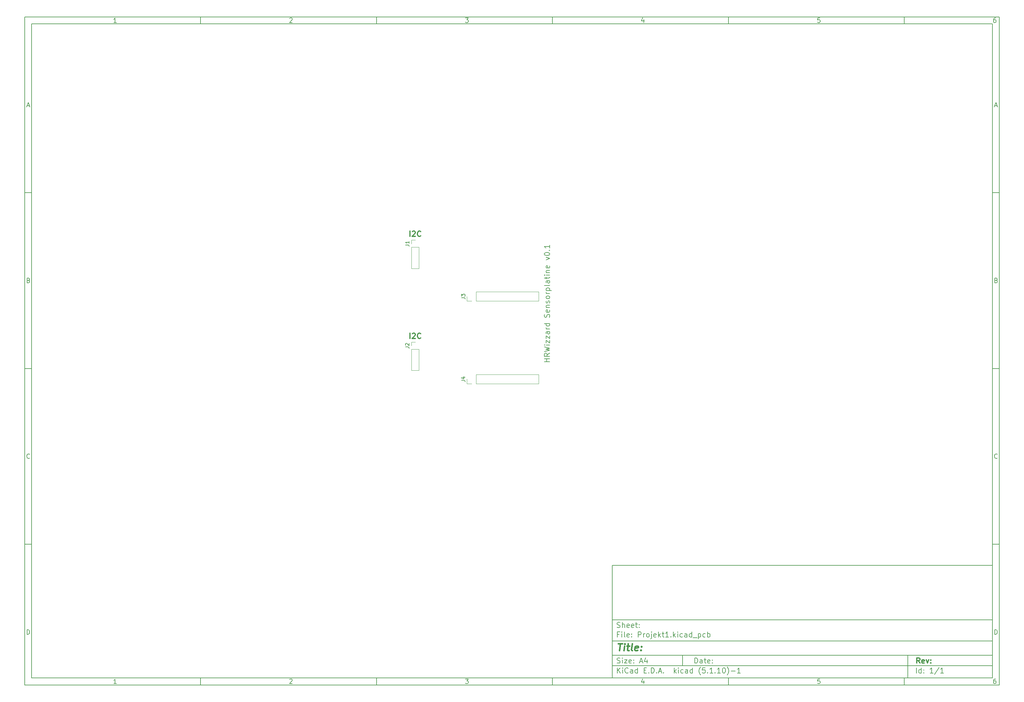
<source format=gbr>
%TF.GenerationSoftware,KiCad,Pcbnew,(5.1.10)-1*%
%TF.CreationDate,2021-11-12T10:04:19+01:00*%
%TF.ProjectId,Projekt1,50726f6a-656b-4743-912e-6b696361645f,rev?*%
%TF.SameCoordinates,Original*%
%TF.FileFunction,Legend,Top*%
%TF.FilePolarity,Positive*%
%FSLAX46Y46*%
G04 Gerber Fmt 4.6, Leading zero omitted, Abs format (unit mm)*
G04 Created by KiCad (PCBNEW (5.1.10)-1) date 2021-11-12 10:04:19*
%MOMM*%
%LPD*%
G01*
G04 APERTURE LIST*
%ADD10C,0.100000*%
%ADD11C,0.150000*%
%ADD12C,0.300000*%
%ADD13C,0.400000*%
%ADD14C,0.200000*%
%ADD15C,0.120000*%
G04 APERTURE END LIST*
D10*
D11*
X177002200Y-166007200D02*
X177002200Y-198007200D01*
X285002200Y-198007200D01*
X285002200Y-166007200D01*
X177002200Y-166007200D01*
D10*
D11*
X10000000Y-10000000D02*
X10000000Y-200007200D01*
X287002200Y-200007200D01*
X287002200Y-10000000D01*
X10000000Y-10000000D01*
D10*
D11*
X12000000Y-12000000D02*
X12000000Y-198007200D01*
X285002200Y-198007200D01*
X285002200Y-12000000D01*
X12000000Y-12000000D01*
D10*
D11*
X60000000Y-12000000D02*
X60000000Y-10000000D01*
D10*
D11*
X110000000Y-12000000D02*
X110000000Y-10000000D01*
D10*
D11*
X160000000Y-12000000D02*
X160000000Y-10000000D01*
D10*
D11*
X210000000Y-12000000D02*
X210000000Y-10000000D01*
D10*
D11*
X260000000Y-12000000D02*
X260000000Y-10000000D01*
D10*
D11*
X36065476Y-11588095D02*
X35322619Y-11588095D01*
X35694047Y-11588095D02*
X35694047Y-10288095D01*
X35570238Y-10473809D01*
X35446428Y-10597619D01*
X35322619Y-10659523D01*
D10*
D11*
X85322619Y-10411904D02*
X85384523Y-10350000D01*
X85508333Y-10288095D01*
X85817857Y-10288095D01*
X85941666Y-10350000D01*
X86003571Y-10411904D01*
X86065476Y-10535714D01*
X86065476Y-10659523D01*
X86003571Y-10845238D01*
X85260714Y-11588095D01*
X86065476Y-11588095D01*
D10*
D11*
X135260714Y-10288095D02*
X136065476Y-10288095D01*
X135632142Y-10783333D01*
X135817857Y-10783333D01*
X135941666Y-10845238D01*
X136003571Y-10907142D01*
X136065476Y-11030952D01*
X136065476Y-11340476D01*
X136003571Y-11464285D01*
X135941666Y-11526190D01*
X135817857Y-11588095D01*
X135446428Y-11588095D01*
X135322619Y-11526190D01*
X135260714Y-11464285D01*
D10*
D11*
X185941666Y-10721428D02*
X185941666Y-11588095D01*
X185632142Y-10226190D02*
X185322619Y-11154761D01*
X186127380Y-11154761D01*
D10*
D11*
X236003571Y-10288095D02*
X235384523Y-10288095D01*
X235322619Y-10907142D01*
X235384523Y-10845238D01*
X235508333Y-10783333D01*
X235817857Y-10783333D01*
X235941666Y-10845238D01*
X236003571Y-10907142D01*
X236065476Y-11030952D01*
X236065476Y-11340476D01*
X236003571Y-11464285D01*
X235941666Y-11526190D01*
X235817857Y-11588095D01*
X235508333Y-11588095D01*
X235384523Y-11526190D01*
X235322619Y-11464285D01*
D10*
D11*
X285941666Y-10288095D02*
X285694047Y-10288095D01*
X285570238Y-10350000D01*
X285508333Y-10411904D01*
X285384523Y-10597619D01*
X285322619Y-10845238D01*
X285322619Y-11340476D01*
X285384523Y-11464285D01*
X285446428Y-11526190D01*
X285570238Y-11588095D01*
X285817857Y-11588095D01*
X285941666Y-11526190D01*
X286003571Y-11464285D01*
X286065476Y-11340476D01*
X286065476Y-11030952D01*
X286003571Y-10907142D01*
X285941666Y-10845238D01*
X285817857Y-10783333D01*
X285570238Y-10783333D01*
X285446428Y-10845238D01*
X285384523Y-10907142D01*
X285322619Y-11030952D01*
D10*
D11*
X60000000Y-198007200D02*
X60000000Y-200007200D01*
D10*
D11*
X110000000Y-198007200D02*
X110000000Y-200007200D01*
D10*
D11*
X160000000Y-198007200D02*
X160000000Y-200007200D01*
D10*
D11*
X210000000Y-198007200D02*
X210000000Y-200007200D01*
D10*
D11*
X260000000Y-198007200D02*
X260000000Y-200007200D01*
D10*
D11*
X36065476Y-199595295D02*
X35322619Y-199595295D01*
X35694047Y-199595295D02*
X35694047Y-198295295D01*
X35570238Y-198481009D01*
X35446428Y-198604819D01*
X35322619Y-198666723D01*
D10*
D11*
X85322619Y-198419104D02*
X85384523Y-198357200D01*
X85508333Y-198295295D01*
X85817857Y-198295295D01*
X85941666Y-198357200D01*
X86003571Y-198419104D01*
X86065476Y-198542914D01*
X86065476Y-198666723D01*
X86003571Y-198852438D01*
X85260714Y-199595295D01*
X86065476Y-199595295D01*
D10*
D11*
X135260714Y-198295295D02*
X136065476Y-198295295D01*
X135632142Y-198790533D01*
X135817857Y-198790533D01*
X135941666Y-198852438D01*
X136003571Y-198914342D01*
X136065476Y-199038152D01*
X136065476Y-199347676D01*
X136003571Y-199471485D01*
X135941666Y-199533390D01*
X135817857Y-199595295D01*
X135446428Y-199595295D01*
X135322619Y-199533390D01*
X135260714Y-199471485D01*
D10*
D11*
X185941666Y-198728628D02*
X185941666Y-199595295D01*
X185632142Y-198233390D02*
X185322619Y-199161961D01*
X186127380Y-199161961D01*
D10*
D11*
X236003571Y-198295295D02*
X235384523Y-198295295D01*
X235322619Y-198914342D01*
X235384523Y-198852438D01*
X235508333Y-198790533D01*
X235817857Y-198790533D01*
X235941666Y-198852438D01*
X236003571Y-198914342D01*
X236065476Y-199038152D01*
X236065476Y-199347676D01*
X236003571Y-199471485D01*
X235941666Y-199533390D01*
X235817857Y-199595295D01*
X235508333Y-199595295D01*
X235384523Y-199533390D01*
X235322619Y-199471485D01*
D10*
D11*
X285941666Y-198295295D02*
X285694047Y-198295295D01*
X285570238Y-198357200D01*
X285508333Y-198419104D01*
X285384523Y-198604819D01*
X285322619Y-198852438D01*
X285322619Y-199347676D01*
X285384523Y-199471485D01*
X285446428Y-199533390D01*
X285570238Y-199595295D01*
X285817857Y-199595295D01*
X285941666Y-199533390D01*
X286003571Y-199471485D01*
X286065476Y-199347676D01*
X286065476Y-199038152D01*
X286003571Y-198914342D01*
X285941666Y-198852438D01*
X285817857Y-198790533D01*
X285570238Y-198790533D01*
X285446428Y-198852438D01*
X285384523Y-198914342D01*
X285322619Y-199038152D01*
D10*
D11*
X10000000Y-60000000D02*
X12000000Y-60000000D01*
D10*
D11*
X10000000Y-110000000D02*
X12000000Y-110000000D01*
D10*
D11*
X10000000Y-160000000D02*
X12000000Y-160000000D01*
D10*
D11*
X10690476Y-35216666D02*
X11309523Y-35216666D01*
X10566666Y-35588095D02*
X11000000Y-34288095D01*
X11433333Y-35588095D01*
D10*
D11*
X11092857Y-84907142D02*
X11278571Y-84969047D01*
X11340476Y-85030952D01*
X11402380Y-85154761D01*
X11402380Y-85340476D01*
X11340476Y-85464285D01*
X11278571Y-85526190D01*
X11154761Y-85588095D01*
X10659523Y-85588095D01*
X10659523Y-84288095D01*
X11092857Y-84288095D01*
X11216666Y-84350000D01*
X11278571Y-84411904D01*
X11340476Y-84535714D01*
X11340476Y-84659523D01*
X11278571Y-84783333D01*
X11216666Y-84845238D01*
X11092857Y-84907142D01*
X10659523Y-84907142D01*
D10*
D11*
X11402380Y-135464285D02*
X11340476Y-135526190D01*
X11154761Y-135588095D01*
X11030952Y-135588095D01*
X10845238Y-135526190D01*
X10721428Y-135402380D01*
X10659523Y-135278571D01*
X10597619Y-135030952D01*
X10597619Y-134845238D01*
X10659523Y-134597619D01*
X10721428Y-134473809D01*
X10845238Y-134350000D01*
X11030952Y-134288095D01*
X11154761Y-134288095D01*
X11340476Y-134350000D01*
X11402380Y-134411904D01*
D10*
D11*
X10659523Y-185588095D02*
X10659523Y-184288095D01*
X10969047Y-184288095D01*
X11154761Y-184350000D01*
X11278571Y-184473809D01*
X11340476Y-184597619D01*
X11402380Y-184845238D01*
X11402380Y-185030952D01*
X11340476Y-185278571D01*
X11278571Y-185402380D01*
X11154761Y-185526190D01*
X10969047Y-185588095D01*
X10659523Y-185588095D01*
D10*
D11*
X287002200Y-60000000D02*
X285002200Y-60000000D01*
D10*
D11*
X287002200Y-110000000D02*
X285002200Y-110000000D01*
D10*
D11*
X287002200Y-160000000D02*
X285002200Y-160000000D01*
D10*
D11*
X285692676Y-35216666D02*
X286311723Y-35216666D01*
X285568866Y-35588095D02*
X286002200Y-34288095D01*
X286435533Y-35588095D01*
D10*
D11*
X286095057Y-84907142D02*
X286280771Y-84969047D01*
X286342676Y-85030952D01*
X286404580Y-85154761D01*
X286404580Y-85340476D01*
X286342676Y-85464285D01*
X286280771Y-85526190D01*
X286156961Y-85588095D01*
X285661723Y-85588095D01*
X285661723Y-84288095D01*
X286095057Y-84288095D01*
X286218866Y-84350000D01*
X286280771Y-84411904D01*
X286342676Y-84535714D01*
X286342676Y-84659523D01*
X286280771Y-84783333D01*
X286218866Y-84845238D01*
X286095057Y-84907142D01*
X285661723Y-84907142D01*
D10*
D11*
X286404580Y-135464285D02*
X286342676Y-135526190D01*
X286156961Y-135588095D01*
X286033152Y-135588095D01*
X285847438Y-135526190D01*
X285723628Y-135402380D01*
X285661723Y-135278571D01*
X285599819Y-135030952D01*
X285599819Y-134845238D01*
X285661723Y-134597619D01*
X285723628Y-134473809D01*
X285847438Y-134350000D01*
X286033152Y-134288095D01*
X286156961Y-134288095D01*
X286342676Y-134350000D01*
X286404580Y-134411904D01*
D10*
D11*
X285661723Y-185588095D02*
X285661723Y-184288095D01*
X285971247Y-184288095D01*
X286156961Y-184350000D01*
X286280771Y-184473809D01*
X286342676Y-184597619D01*
X286404580Y-184845238D01*
X286404580Y-185030952D01*
X286342676Y-185278571D01*
X286280771Y-185402380D01*
X286156961Y-185526190D01*
X285971247Y-185588095D01*
X285661723Y-185588095D01*
D10*
D11*
X200434342Y-193785771D02*
X200434342Y-192285771D01*
X200791485Y-192285771D01*
X201005771Y-192357200D01*
X201148628Y-192500057D01*
X201220057Y-192642914D01*
X201291485Y-192928628D01*
X201291485Y-193142914D01*
X201220057Y-193428628D01*
X201148628Y-193571485D01*
X201005771Y-193714342D01*
X200791485Y-193785771D01*
X200434342Y-193785771D01*
X202577200Y-193785771D02*
X202577200Y-193000057D01*
X202505771Y-192857200D01*
X202362914Y-192785771D01*
X202077200Y-192785771D01*
X201934342Y-192857200D01*
X202577200Y-193714342D02*
X202434342Y-193785771D01*
X202077200Y-193785771D01*
X201934342Y-193714342D01*
X201862914Y-193571485D01*
X201862914Y-193428628D01*
X201934342Y-193285771D01*
X202077200Y-193214342D01*
X202434342Y-193214342D01*
X202577200Y-193142914D01*
X203077200Y-192785771D02*
X203648628Y-192785771D01*
X203291485Y-192285771D02*
X203291485Y-193571485D01*
X203362914Y-193714342D01*
X203505771Y-193785771D01*
X203648628Y-193785771D01*
X204720057Y-193714342D02*
X204577200Y-193785771D01*
X204291485Y-193785771D01*
X204148628Y-193714342D01*
X204077200Y-193571485D01*
X204077200Y-193000057D01*
X204148628Y-192857200D01*
X204291485Y-192785771D01*
X204577200Y-192785771D01*
X204720057Y-192857200D01*
X204791485Y-193000057D01*
X204791485Y-193142914D01*
X204077200Y-193285771D01*
X205434342Y-193642914D02*
X205505771Y-193714342D01*
X205434342Y-193785771D01*
X205362914Y-193714342D01*
X205434342Y-193642914D01*
X205434342Y-193785771D01*
X205434342Y-192857200D02*
X205505771Y-192928628D01*
X205434342Y-193000057D01*
X205362914Y-192928628D01*
X205434342Y-192857200D01*
X205434342Y-193000057D01*
D10*
D11*
X177002200Y-194507200D02*
X285002200Y-194507200D01*
D10*
D11*
X178434342Y-196585771D02*
X178434342Y-195085771D01*
X179291485Y-196585771D02*
X178648628Y-195728628D01*
X179291485Y-195085771D02*
X178434342Y-195942914D01*
X179934342Y-196585771D02*
X179934342Y-195585771D01*
X179934342Y-195085771D02*
X179862914Y-195157200D01*
X179934342Y-195228628D01*
X180005771Y-195157200D01*
X179934342Y-195085771D01*
X179934342Y-195228628D01*
X181505771Y-196442914D02*
X181434342Y-196514342D01*
X181220057Y-196585771D01*
X181077200Y-196585771D01*
X180862914Y-196514342D01*
X180720057Y-196371485D01*
X180648628Y-196228628D01*
X180577200Y-195942914D01*
X180577200Y-195728628D01*
X180648628Y-195442914D01*
X180720057Y-195300057D01*
X180862914Y-195157200D01*
X181077200Y-195085771D01*
X181220057Y-195085771D01*
X181434342Y-195157200D01*
X181505771Y-195228628D01*
X182791485Y-196585771D02*
X182791485Y-195800057D01*
X182720057Y-195657200D01*
X182577200Y-195585771D01*
X182291485Y-195585771D01*
X182148628Y-195657200D01*
X182791485Y-196514342D02*
X182648628Y-196585771D01*
X182291485Y-196585771D01*
X182148628Y-196514342D01*
X182077200Y-196371485D01*
X182077200Y-196228628D01*
X182148628Y-196085771D01*
X182291485Y-196014342D01*
X182648628Y-196014342D01*
X182791485Y-195942914D01*
X184148628Y-196585771D02*
X184148628Y-195085771D01*
X184148628Y-196514342D02*
X184005771Y-196585771D01*
X183720057Y-196585771D01*
X183577200Y-196514342D01*
X183505771Y-196442914D01*
X183434342Y-196300057D01*
X183434342Y-195871485D01*
X183505771Y-195728628D01*
X183577200Y-195657200D01*
X183720057Y-195585771D01*
X184005771Y-195585771D01*
X184148628Y-195657200D01*
X186005771Y-195800057D02*
X186505771Y-195800057D01*
X186720057Y-196585771D02*
X186005771Y-196585771D01*
X186005771Y-195085771D01*
X186720057Y-195085771D01*
X187362914Y-196442914D02*
X187434342Y-196514342D01*
X187362914Y-196585771D01*
X187291485Y-196514342D01*
X187362914Y-196442914D01*
X187362914Y-196585771D01*
X188077200Y-196585771D02*
X188077200Y-195085771D01*
X188434342Y-195085771D01*
X188648628Y-195157200D01*
X188791485Y-195300057D01*
X188862914Y-195442914D01*
X188934342Y-195728628D01*
X188934342Y-195942914D01*
X188862914Y-196228628D01*
X188791485Y-196371485D01*
X188648628Y-196514342D01*
X188434342Y-196585771D01*
X188077200Y-196585771D01*
X189577200Y-196442914D02*
X189648628Y-196514342D01*
X189577200Y-196585771D01*
X189505771Y-196514342D01*
X189577200Y-196442914D01*
X189577200Y-196585771D01*
X190220057Y-196157200D02*
X190934342Y-196157200D01*
X190077200Y-196585771D02*
X190577200Y-195085771D01*
X191077200Y-196585771D01*
X191577200Y-196442914D02*
X191648628Y-196514342D01*
X191577200Y-196585771D01*
X191505771Y-196514342D01*
X191577200Y-196442914D01*
X191577200Y-196585771D01*
X194577200Y-196585771D02*
X194577200Y-195085771D01*
X194720057Y-196014342D02*
X195148628Y-196585771D01*
X195148628Y-195585771D02*
X194577200Y-196157200D01*
X195791485Y-196585771D02*
X195791485Y-195585771D01*
X195791485Y-195085771D02*
X195720057Y-195157200D01*
X195791485Y-195228628D01*
X195862914Y-195157200D01*
X195791485Y-195085771D01*
X195791485Y-195228628D01*
X197148628Y-196514342D02*
X197005771Y-196585771D01*
X196720057Y-196585771D01*
X196577200Y-196514342D01*
X196505771Y-196442914D01*
X196434342Y-196300057D01*
X196434342Y-195871485D01*
X196505771Y-195728628D01*
X196577200Y-195657200D01*
X196720057Y-195585771D01*
X197005771Y-195585771D01*
X197148628Y-195657200D01*
X198434342Y-196585771D02*
X198434342Y-195800057D01*
X198362914Y-195657200D01*
X198220057Y-195585771D01*
X197934342Y-195585771D01*
X197791485Y-195657200D01*
X198434342Y-196514342D02*
X198291485Y-196585771D01*
X197934342Y-196585771D01*
X197791485Y-196514342D01*
X197720057Y-196371485D01*
X197720057Y-196228628D01*
X197791485Y-196085771D01*
X197934342Y-196014342D01*
X198291485Y-196014342D01*
X198434342Y-195942914D01*
X199791485Y-196585771D02*
X199791485Y-195085771D01*
X199791485Y-196514342D02*
X199648628Y-196585771D01*
X199362914Y-196585771D01*
X199220057Y-196514342D01*
X199148628Y-196442914D01*
X199077200Y-196300057D01*
X199077200Y-195871485D01*
X199148628Y-195728628D01*
X199220057Y-195657200D01*
X199362914Y-195585771D01*
X199648628Y-195585771D01*
X199791485Y-195657200D01*
X202077200Y-197157200D02*
X202005771Y-197085771D01*
X201862914Y-196871485D01*
X201791485Y-196728628D01*
X201720057Y-196514342D01*
X201648628Y-196157200D01*
X201648628Y-195871485D01*
X201720057Y-195514342D01*
X201791485Y-195300057D01*
X201862914Y-195157200D01*
X202005771Y-194942914D01*
X202077200Y-194871485D01*
X203362914Y-195085771D02*
X202648628Y-195085771D01*
X202577200Y-195800057D01*
X202648628Y-195728628D01*
X202791485Y-195657200D01*
X203148628Y-195657200D01*
X203291485Y-195728628D01*
X203362914Y-195800057D01*
X203434342Y-195942914D01*
X203434342Y-196300057D01*
X203362914Y-196442914D01*
X203291485Y-196514342D01*
X203148628Y-196585771D01*
X202791485Y-196585771D01*
X202648628Y-196514342D01*
X202577200Y-196442914D01*
X204077200Y-196442914D02*
X204148628Y-196514342D01*
X204077200Y-196585771D01*
X204005771Y-196514342D01*
X204077200Y-196442914D01*
X204077200Y-196585771D01*
X205577200Y-196585771D02*
X204720057Y-196585771D01*
X205148628Y-196585771D02*
X205148628Y-195085771D01*
X205005771Y-195300057D01*
X204862914Y-195442914D01*
X204720057Y-195514342D01*
X206220057Y-196442914D02*
X206291485Y-196514342D01*
X206220057Y-196585771D01*
X206148628Y-196514342D01*
X206220057Y-196442914D01*
X206220057Y-196585771D01*
X207720057Y-196585771D02*
X206862914Y-196585771D01*
X207291485Y-196585771D02*
X207291485Y-195085771D01*
X207148628Y-195300057D01*
X207005771Y-195442914D01*
X206862914Y-195514342D01*
X208648628Y-195085771D02*
X208791485Y-195085771D01*
X208934342Y-195157200D01*
X209005771Y-195228628D01*
X209077200Y-195371485D01*
X209148628Y-195657200D01*
X209148628Y-196014342D01*
X209077200Y-196300057D01*
X209005771Y-196442914D01*
X208934342Y-196514342D01*
X208791485Y-196585771D01*
X208648628Y-196585771D01*
X208505771Y-196514342D01*
X208434342Y-196442914D01*
X208362914Y-196300057D01*
X208291485Y-196014342D01*
X208291485Y-195657200D01*
X208362914Y-195371485D01*
X208434342Y-195228628D01*
X208505771Y-195157200D01*
X208648628Y-195085771D01*
X209648628Y-197157200D02*
X209720057Y-197085771D01*
X209862914Y-196871485D01*
X209934342Y-196728628D01*
X210005771Y-196514342D01*
X210077200Y-196157200D01*
X210077200Y-195871485D01*
X210005771Y-195514342D01*
X209934342Y-195300057D01*
X209862914Y-195157200D01*
X209720057Y-194942914D01*
X209648628Y-194871485D01*
X210791485Y-196014342D02*
X211934342Y-196014342D01*
X213434342Y-196585771D02*
X212577200Y-196585771D01*
X213005771Y-196585771D02*
X213005771Y-195085771D01*
X212862914Y-195300057D01*
X212720057Y-195442914D01*
X212577200Y-195514342D01*
D10*
D11*
X177002200Y-191507200D02*
X285002200Y-191507200D01*
D10*
D12*
X264411485Y-193785771D02*
X263911485Y-193071485D01*
X263554342Y-193785771D02*
X263554342Y-192285771D01*
X264125771Y-192285771D01*
X264268628Y-192357200D01*
X264340057Y-192428628D01*
X264411485Y-192571485D01*
X264411485Y-192785771D01*
X264340057Y-192928628D01*
X264268628Y-193000057D01*
X264125771Y-193071485D01*
X263554342Y-193071485D01*
X265625771Y-193714342D02*
X265482914Y-193785771D01*
X265197200Y-193785771D01*
X265054342Y-193714342D01*
X264982914Y-193571485D01*
X264982914Y-193000057D01*
X265054342Y-192857200D01*
X265197200Y-192785771D01*
X265482914Y-192785771D01*
X265625771Y-192857200D01*
X265697200Y-193000057D01*
X265697200Y-193142914D01*
X264982914Y-193285771D01*
X266197200Y-192785771D02*
X266554342Y-193785771D01*
X266911485Y-192785771D01*
X267482914Y-193642914D02*
X267554342Y-193714342D01*
X267482914Y-193785771D01*
X267411485Y-193714342D01*
X267482914Y-193642914D01*
X267482914Y-193785771D01*
X267482914Y-192857200D02*
X267554342Y-192928628D01*
X267482914Y-193000057D01*
X267411485Y-192928628D01*
X267482914Y-192857200D01*
X267482914Y-193000057D01*
D10*
D11*
X178362914Y-193714342D02*
X178577200Y-193785771D01*
X178934342Y-193785771D01*
X179077200Y-193714342D01*
X179148628Y-193642914D01*
X179220057Y-193500057D01*
X179220057Y-193357200D01*
X179148628Y-193214342D01*
X179077200Y-193142914D01*
X178934342Y-193071485D01*
X178648628Y-193000057D01*
X178505771Y-192928628D01*
X178434342Y-192857200D01*
X178362914Y-192714342D01*
X178362914Y-192571485D01*
X178434342Y-192428628D01*
X178505771Y-192357200D01*
X178648628Y-192285771D01*
X179005771Y-192285771D01*
X179220057Y-192357200D01*
X179862914Y-193785771D02*
X179862914Y-192785771D01*
X179862914Y-192285771D02*
X179791485Y-192357200D01*
X179862914Y-192428628D01*
X179934342Y-192357200D01*
X179862914Y-192285771D01*
X179862914Y-192428628D01*
X180434342Y-192785771D02*
X181220057Y-192785771D01*
X180434342Y-193785771D01*
X181220057Y-193785771D01*
X182362914Y-193714342D02*
X182220057Y-193785771D01*
X181934342Y-193785771D01*
X181791485Y-193714342D01*
X181720057Y-193571485D01*
X181720057Y-193000057D01*
X181791485Y-192857200D01*
X181934342Y-192785771D01*
X182220057Y-192785771D01*
X182362914Y-192857200D01*
X182434342Y-193000057D01*
X182434342Y-193142914D01*
X181720057Y-193285771D01*
X183077200Y-193642914D02*
X183148628Y-193714342D01*
X183077200Y-193785771D01*
X183005771Y-193714342D01*
X183077200Y-193642914D01*
X183077200Y-193785771D01*
X183077200Y-192857200D02*
X183148628Y-192928628D01*
X183077200Y-193000057D01*
X183005771Y-192928628D01*
X183077200Y-192857200D01*
X183077200Y-193000057D01*
X184862914Y-193357200D02*
X185577200Y-193357200D01*
X184720057Y-193785771D02*
X185220057Y-192285771D01*
X185720057Y-193785771D01*
X186862914Y-192785771D02*
X186862914Y-193785771D01*
X186505771Y-192214342D02*
X186148628Y-193285771D01*
X187077200Y-193285771D01*
D10*
D11*
X263434342Y-196585771D02*
X263434342Y-195085771D01*
X264791485Y-196585771D02*
X264791485Y-195085771D01*
X264791485Y-196514342D02*
X264648628Y-196585771D01*
X264362914Y-196585771D01*
X264220057Y-196514342D01*
X264148628Y-196442914D01*
X264077200Y-196300057D01*
X264077200Y-195871485D01*
X264148628Y-195728628D01*
X264220057Y-195657200D01*
X264362914Y-195585771D01*
X264648628Y-195585771D01*
X264791485Y-195657200D01*
X265505771Y-196442914D02*
X265577200Y-196514342D01*
X265505771Y-196585771D01*
X265434342Y-196514342D01*
X265505771Y-196442914D01*
X265505771Y-196585771D01*
X265505771Y-195657200D02*
X265577200Y-195728628D01*
X265505771Y-195800057D01*
X265434342Y-195728628D01*
X265505771Y-195657200D01*
X265505771Y-195800057D01*
X268148628Y-196585771D02*
X267291485Y-196585771D01*
X267720057Y-196585771D02*
X267720057Y-195085771D01*
X267577200Y-195300057D01*
X267434342Y-195442914D01*
X267291485Y-195514342D01*
X269862914Y-195014342D02*
X268577200Y-196942914D01*
X271148628Y-196585771D02*
X270291485Y-196585771D01*
X270720057Y-196585771D02*
X270720057Y-195085771D01*
X270577200Y-195300057D01*
X270434342Y-195442914D01*
X270291485Y-195514342D01*
D10*
D11*
X177002200Y-187507200D02*
X285002200Y-187507200D01*
D10*
D13*
X178714580Y-188211961D02*
X179857438Y-188211961D01*
X179036009Y-190211961D02*
X179286009Y-188211961D01*
X180274104Y-190211961D02*
X180440771Y-188878628D01*
X180524104Y-188211961D02*
X180416961Y-188307200D01*
X180500295Y-188402438D01*
X180607438Y-188307200D01*
X180524104Y-188211961D01*
X180500295Y-188402438D01*
X181107438Y-188878628D02*
X181869342Y-188878628D01*
X181476485Y-188211961D02*
X181262200Y-189926247D01*
X181333628Y-190116723D01*
X181512200Y-190211961D01*
X181702676Y-190211961D01*
X182655057Y-190211961D02*
X182476485Y-190116723D01*
X182405057Y-189926247D01*
X182619342Y-188211961D01*
X184190771Y-190116723D02*
X183988390Y-190211961D01*
X183607438Y-190211961D01*
X183428866Y-190116723D01*
X183357438Y-189926247D01*
X183452676Y-189164342D01*
X183571723Y-188973866D01*
X183774104Y-188878628D01*
X184155057Y-188878628D01*
X184333628Y-188973866D01*
X184405057Y-189164342D01*
X184381247Y-189354819D01*
X183405057Y-189545295D01*
X185155057Y-190021485D02*
X185238390Y-190116723D01*
X185131247Y-190211961D01*
X185047914Y-190116723D01*
X185155057Y-190021485D01*
X185131247Y-190211961D01*
X185286009Y-188973866D02*
X185369342Y-189069104D01*
X185262200Y-189164342D01*
X185178866Y-189069104D01*
X185286009Y-188973866D01*
X185262200Y-189164342D01*
D10*
D11*
X178934342Y-185600057D02*
X178434342Y-185600057D01*
X178434342Y-186385771D02*
X178434342Y-184885771D01*
X179148628Y-184885771D01*
X179720057Y-186385771D02*
X179720057Y-185385771D01*
X179720057Y-184885771D02*
X179648628Y-184957200D01*
X179720057Y-185028628D01*
X179791485Y-184957200D01*
X179720057Y-184885771D01*
X179720057Y-185028628D01*
X180648628Y-186385771D02*
X180505771Y-186314342D01*
X180434342Y-186171485D01*
X180434342Y-184885771D01*
X181791485Y-186314342D02*
X181648628Y-186385771D01*
X181362914Y-186385771D01*
X181220057Y-186314342D01*
X181148628Y-186171485D01*
X181148628Y-185600057D01*
X181220057Y-185457200D01*
X181362914Y-185385771D01*
X181648628Y-185385771D01*
X181791485Y-185457200D01*
X181862914Y-185600057D01*
X181862914Y-185742914D01*
X181148628Y-185885771D01*
X182505771Y-186242914D02*
X182577200Y-186314342D01*
X182505771Y-186385771D01*
X182434342Y-186314342D01*
X182505771Y-186242914D01*
X182505771Y-186385771D01*
X182505771Y-185457200D02*
X182577200Y-185528628D01*
X182505771Y-185600057D01*
X182434342Y-185528628D01*
X182505771Y-185457200D01*
X182505771Y-185600057D01*
X184362914Y-186385771D02*
X184362914Y-184885771D01*
X184934342Y-184885771D01*
X185077200Y-184957200D01*
X185148628Y-185028628D01*
X185220057Y-185171485D01*
X185220057Y-185385771D01*
X185148628Y-185528628D01*
X185077200Y-185600057D01*
X184934342Y-185671485D01*
X184362914Y-185671485D01*
X185862914Y-186385771D02*
X185862914Y-185385771D01*
X185862914Y-185671485D02*
X185934342Y-185528628D01*
X186005771Y-185457200D01*
X186148628Y-185385771D01*
X186291485Y-185385771D01*
X187005771Y-186385771D02*
X186862914Y-186314342D01*
X186791485Y-186242914D01*
X186720057Y-186100057D01*
X186720057Y-185671485D01*
X186791485Y-185528628D01*
X186862914Y-185457200D01*
X187005771Y-185385771D01*
X187220057Y-185385771D01*
X187362914Y-185457200D01*
X187434342Y-185528628D01*
X187505771Y-185671485D01*
X187505771Y-186100057D01*
X187434342Y-186242914D01*
X187362914Y-186314342D01*
X187220057Y-186385771D01*
X187005771Y-186385771D01*
X188148628Y-185385771D02*
X188148628Y-186671485D01*
X188077200Y-186814342D01*
X187934342Y-186885771D01*
X187862914Y-186885771D01*
X188148628Y-184885771D02*
X188077200Y-184957200D01*
X188148628Y-185028628D01*
X188220057Y-184957200D01*
X188148628Y-184885771D01*
X188148628Y-185028628D01*
X189434342Y-186314342D02*
X189291485Y-186385771D01*
X189005771Y-186385771D01*
X188862914Y-186314342D01*
X188791485Y-186171485D01*
X188791485Y-185600057D01*
X188862914Y-185457200D01*
X189005771Y-185385771D01*
X189291485Y-185385771D01*
X189434342Y-185457200D01*
X189505771Y-185600057D01*
X189505771Y-185742914D01*
X188791485Y-185885771D01*
X190148628Y-186385771D02*
X190148628Y-184885771D01*
X190291485Y-185814342D02*
X190720057Y-186385771D01*
X190720057Y-185385771D02*
X190148628Y-185957200D01*
X191148628Y-185385771D02*
X191720057Y-185385771D01*
X191362914Y-184885771D02*
X191362914Y-186171485D01*
X191434342Y-186314342D01*
X191577200Y-186385771D01*
X191720057Y-186385771D01*
X193005771Y-186385771D02*
X192148628Y-186385771D01*
X192577200Y-186385771D02*
X192577200Y-184885771D01*
X192434342Y-185100057D01*
X192291485Y-185242914D01*
X192148628Y-185314342D01*
X193648628Y-186242914D02*
X193720057Y-186314342D01*
X193648628Y-186385771D01*
X193577200Y-186314342D01*
X193648628Y-186242914D01*
X193648628Y-186385771D01*
X194362914Y-186385771D02*
X194362914Y-184885771D01*
X194505771Y-185814342D02*
X194934342Y-186385771D01*
X194934342Y-185385771D02*
X194362914Y-185957200D01*
X195577200Y-186385771D02*
X195577200Y-185385771D01*
X195577200Y-184885771D02*
X195505771Y-184957200D01*
X195577200Y-185028628D01*
X195648628Y-184957200D01*
X195577200Y-184885771D01*
X195577200Y-185028628D01*
X196934342Y-186314342D02*
X196791485Y-186385771D01*
X196505771Y-186385771D01*
X196362914Y-186314342D01*
X196291485Y-186242914D01*
X196220057Y-186100057D01*
X196220057Y-185671485D01*
X196291485Y-185528628D01*
X196362914Y-185457200D01*
X196505771Y-185385771D01*
X196791485Y-185385771D01*
X196934342Y-185457200D01*
X198220057Y-186385771D02*
X198220057Y-185600057D01*
X198148628Y-185457200D01*
X198005771Y-185385771D01*
X197720057Y-185385771D01*
X197577200Y-185457200D01*
X198220057Y-186314342D02*
X198077200Y-186385771D01*
X197720057Y-186385771D01*
X197577200Y-186314342D01*
X197505771Y-186171485D01*
X197505771Y-186028628D01*
X197577200Y-185885771D01*
X197720057Y-185814342D01*
X198077200Y-185814342D01*
X198220057Y-185742914D01*
X199577200Y-186385771D02*
X199577200Y-184885771D01*
X199577200Y-186314342D02*
X199434342Y-186385771D01*
X199148628Y-186385771D01*
X199005771Y-186314342D01*
X198934342Y-186242914D01*
X198862914Y-186100057D01*
X198862914Y-185671485D01*
X198934342Y-185528628D01*
X199005771Y-185457200D01*
X199148628Y-185385771D01*
X199434342Y-185385771D01*
X199577200Y-185457200D01*
X199934342Y-186528628D02*
X201077200Y-186528628D01*
X201434342Y-185385771D02*
X201434342Y-186885771D01*
X201434342Y-185457200D02*
X201577200Y-185385771D01*
X201862914Y-185385771D01*
X202005771Y-185457200D01*
X202077200Y-185528628D01*
X202148628Y-185671485D01*
X202148628Y-186100057D01*
X202077200Y-186242914D01*
X202005771Y-186314342D01*
X201862914Y-186385771D01*
X201577200Y-186385771D01*
X201434342Y-186314342D01*
X203434342Y-186314342D02*
X203291485Y-186385771D01*
X203005771Y-186385771D01*
X202862914Y-186314342D01*
X202791485Y-186242914D01*
X202720057Y-186100057D01*
X202720057Y-185671485D01*
X202791485Y-185528628D01*
X202862914Y-185457200D01*
X203005771Y-185385771D01*
X203291485Y-185385771D01*
X203434342Y-185457200D01*
X204077200Y-186385771D02*
X204077200Y-184885771D01*
X204077200Y-185457200D02*
X204220057Y-185385771D01*
X204505771Y-185385771D01*
X204648628Y-185457200D01*
X204720057Y-185528628D01*
X204791485Y-185671485D01*
X204791485Y-186100057D01*
X204720057Y-186242914D01*
X204648628Y-186314342D01*
X204505771Y-186385771D01*
X204220057Y-186385771D01*
X204077200Y-186314342D01*
D10*
D11*
X177002200Y-181507200D02*
X285002200Y-181507200D01*
D10*
D11*
X178362914Y-183614342D02*
X178577200Y-183685771D01*
X178934342Y-183685771D01*
X179077200Y-183614342D01*
X179148628Y-183542914D01*
X179220057Y-183400057D01*
X179220057Y-183257200D01*
X179148628Y-183114342D01*
X179077200Y-183042914D01*
X178934342Y-182971485D01*
X178648628Y-182900057D01*
X178505771Y-182828628D01*
X178434342Y-182757200D01*
X178362914Y-182614342D01*
X178362914Y-182471485D01*
X178434342Y-182328628D01*
X178505771Y-182257200D01*
X178648628Y-182185771D01*
X179005771Y-182185771D01*
X179220057Y-182257200D01*
X179862914Y-183685771D02*
X179862914Y-182185771D01*
X180505771Y-183685771D02*
X180505771Y-182900057D01*
X180434342Y-182757200D01*
X180291485Y-182685771D01*
X180077200Y-182685771D01*
X179934342Y-182757200D01*
X179862914Y-182828628D01*
X181791485Y-183614342D02*
X181648628Y-183685771D01*
X181362914Y-183685771D01*
X181220057Y-183614342D01*
X181148628Y-183471485D01*
X181148628Y-182900057D01*
X181220057Y-182757200D01*
X181362914Y-182685771D01*
X181648628Y-182685771D01*
X181791485Y-182757200D01*
X181862914Y-182900057D01*
X181862914Y-183042914D01*
X181148628Y-183185771D01*
X183077200Y-183614342D02*
X182934342Y-183685771D01*
X182648628Y-183685771D01*
X182505771Y-183614342D01*
X182434342Y-183471485D01*
X182434342Y-182900057D01*
X182505771Y-182757200D01*
X182648628Y-182685771D01*
X182934342Y-182685771D01*
X183077200Y-182757200D01*
X183148628Y-182900057D01*
X183148628Y-183042914D01*
X182434342Y-183185771D01*
X183577200Y-182685771D02*
X184148628Y-182685771D01*
X183791485Y-182185771D02*
X183791485Y-183471485D01*
X183862914Y-183614342D01*
X184005771Y-183685771D01*
X184148628Y-183685771D01*
X184648628Y-183542914D02*
X184720057Y-183614342D01*
X184648628Y-183685771D01*
X184577200Y-183614342D01*
X184648628Y-183542914D01*
X184648628Y-183685771D01*
X184648628Y-182757200D02*
X184720057Y-182828628D01*
X184648628Y-182900057D01*
X184577200Y-182828628D01*
X184648628Y-182757200D01*
X184648628Y-182900057D01*
D10*
D11*
X197002200Y-191507200D02*
X197002200Y-194507200D01*
D10*
D11*
X261002200Y-191507200D02*
X261002200Y-198007200D01*
D14*
X159178571Y-108071428D02*
X157678571Y-108071428D01*
X158392857Y-108071428D02*
X158392857Y-107214285D01*
X159178571Y-107214285D02*
X157678571Y-107214285D01*
X159178571Y-105642857D02*
X158464285Y-106142857D01*
X159178571Y-106500000D02*
X157678571Y-106500000D01*
X157678571Y-105928571D01*
X157750000Y-105785714D01*
X157821428Y-105714285D01*
X157964285Y-105642857D01*
X158178571Y-105642857D01*
X158321428Y-105714285D01*
X158392857Y-105785714D01*
X158464285Y-105928571D01*
X158464285Y-106500000D01*
X157678571Y-105142857D02*
X159178571Y-104785714D01*
X158107142Y-104500000D01*
X159178571Y-104214285D01*
X157678571Y-103857142D01*
X159178571Y-103285714D02*
X158178571Y-103285714D01*
X157678571Y-103285714D02*
X157750000Y-103357142D01*
X157821428Y-103285714D01*
X157750000Y-103214285D01*
X157678571Y-103285714D01*
X157821428Y-103285714D01*
X158178571Y-102714285D02*
X158178571Y-101928571D01*
X159178571Y-102714285D01*
X159178571Y-101928571D01*
X158178571Y-101500000D02*
X158178571Y-100714285D01*
X159178571Y-101500000D01*
X159178571Y-100714285D01*
X159178571Y-99500000D02*
X158392857Y-99500000D01*
X158250000Y-99571428D01*
X158178571Y-99714285D01*
X158178571Y-100000000D01*
X158250000Y-100142857D01*
X159107142Y-99500000D02*
X159178571Y-99642857D01*
X159178571Y-100000000D01*
X159107142Y-100142857D01*
X158964285Y-100214285D01*
X158821428Y-100214285D01*
X158678571Y-100142857D01*
X158607142Y-100000000D01*
X158607142Y-99642857D01*
X158535714Y-99500000D01*
X159178571Y-98785714D02*
X158178571Y-98785714D01*
X158464285Y-98785714D02*
X158321428Y-98714285D01*
X158250000Y-98642857D01*
X158178571Y-98500000D01*
X158178571Y-98357142D01*
X159178571Y-97214285D02*
X157678571Y-97214285D01*
X159107142Y-97214285D02*
X159178571Y-97357142D01*
X159178571Y-97642857D01*
X159107142Y-97785714D01*
X159035714Y-97857142D01*
X158892857Y-97928571D01*
X158464285Y-97928571D01*
X158321428Y-97857142D01*
X158250000Y-97785714D01*
X158178571Y-97642857D01*
X158178571Y-97357142D01*
X158250000Y-97214285D01*
X159107142Y-95428571D02*
X159178571Y-95214285D01*
X159178571Y-94857142D01*
X159107142Y-94714285D01*
X159035714Y-94642857D01*
X158892857Y-94571428D01*
X158750000Y-94571428D01*
X158607142Y-94642857D01*
X158535714Y-94714285D01*
X158464285Y-94857142D01*
X158392857Y-95142857D01*
X158321428Y-95285714D01*
X158250000Y-95357142D01*
X158107142Y-95428571D01*
X157964285Y-95428571D01*
X157821428Y-95357142D01*
X157750000Y-95285714D01*
X157678571Y-95142857D01*
X157678571Y-94785714D01*
X157750000Y-94571428D01*
X159107142Y-93357142D02*
X159178571Y-93500000D01*
X159178571Y-93785714D01*
X159107142Y-93928571D01*
X158964285Y-94000000D01*
X158392857Y-94000000D01*
X158250000Y-93928571D01*
X158178571Y-93785714D01*
X158178571Y-93500000D01*
X158250000Y-93357142D01*
X158392857Y-93285714D01*
X158535714Y-93285714D01*
X158678571Y-94000000D01*
X158178571Y-92642857D02*
X159178571Y-92642857D01*
X158321428Y-92642857D02*
X158250000Y-92571428D01*
X158178571Y-92428571D01*
X158178571Y-92214285D01*
X158250000Y-92071428D01*
X158392857Y-92000000D01*
X159178571Y-92000000D01*
X159107142Y-91357142D02*
X159178571Y-91214285D01*
X159178571Y-90928571D01*
X159107142Y-90785714D01*
X158964285Y-90714285D01*
X158892857Y-90714285D01*
X158750000Y-90785714D01*
X158678571Y-90928571D01*
X158678571Y-91142857D01*
X158607142Y-91285714D01*
X158464285Y-91357142D01*
X158392857Y-91357142D01*
X158250000Y-91285714D01*
X158178571Y-91142857D01*
X158178571Y-90928571D01*
X158250000Y-90785714D01*
X159178571Y-89857142D02*
X159107142Y-90000000D01*
X159035714Y-90071428D01*
X158892857Y-90142857D01*
X158464285Y-90142857D01*
X158321428Y-90071428D01*
X158250000Y-90000000D01*
X158178571Y-89857142D01*
X158178571Y-89642857D01*
X158250000Y-89500000D01*
X158321428Y-89428571D01*
X158464285Y-89357142D01*
X158892857Y-89357142D01*
X159035714Y-89428571D01*
X159107142Y-89500000D01*
X159178571Y-89642857D01*
X159178571Y-89857142D01*
X159178571Y-88714285D02*
X158178571Y-88714285D01*
X158464285Y-88714285D02*
X158321428Y-88642857D01*
X158250000Y-88571428D01*
X158178571Y-88428571D01*
X158178571Y-88285714D01*
X158178571Y-87785714D02*
X159678571Y-87785714D01*
X158250000Y-87785714D02*
X158178571Y-87642857D01*
X158178571Y-87357142D01*
X158250000Y-87214285D01*
X158321428Y-87142857D01*
X158464285Y-87071428D01*
X158892857Y-87071428D01*
X159035714Y-87142857D01*
X159107142Y-87214285D01*
X159178571Y-87357142D01*
X159178571Y-87642857D01*
X159107142Y-87785714D01*
X159178571Y-86214285D02*
X159107142Y-86357142D01*
X158964285Y-86428571D01*
X157678571Y-86428571D01*
X159178571Y-85000000D02*
X158392857Y-85000000D01*
X158250000Y-85071428D01*
X158178571Y-85214285D01*
X158178571Y-85500000D01*
X158250000Y-85642857D01*
X159107142Y-85000000D02*
X159178571Y-85142857D01*
X159178571Y-85500000D01*
X159107142Y-85642857D01*
X158964285Y-85714285D01*
X158821428Y-85714285D01*
X158678571Y-85642857D01*
X158607142Y-85500000D01*
X158607142Y-85142857D01*
X158535714Y-85000000D01*
X158178571Y-84500000D02*
X158178571Y-83928571D01*
X157678571Y-84285714D02*
X158964285Y-84285714D01*
X159107142Y-84214285D01*
X159178571Y-84071428D01*
X159178571Y-83928571D01*
X159178571Y-83428571D02*
X158178571Y-83428571D01*
X157678571Y-83428571D02*
X157750000Y-83500000D01*
X157821428Y-83428571D01*
X157750000Y-83357142D01*
X157678571Y-83428571D01*
X157821428Y-83428571D01*
X158178571Y-82714285D02*
X159178571Y-82714285D01*
X158321428Y-82714285D02*
X158250000Y-82642857D01*
X158178571Y-82500000D01*
X158178571Y-82285714D01*
X158250000Y-82142857D01*
X158392857Y-82071428D01*
X159178571Y-82071428D01*
X159107142Y-80785714D02*
X159178571Y-80928571D01*
X159178571Y-81214285D01*
X159107142Y-81357142D01*
X158964285Y-81428571D01*
X158392857Y-81428571D01*
X158250000Y-81357142D01*
X158178571Y-81214285D01*
X158178571Y-80928571D01*
X158250000Y-80785714D01*
X158392857Y-80714285D01*
X158535714Y-80714285D01*
X158678571Y-81428571D01*
X158178571Y-79071428D02*
X159178571Y-78714285D01*
X158178571Y-78357142D01*
X157678571Y-77500000D02*
X157678571Y-77357142D01*
X157750000Y-77214285D01*
X157821428Y-77142857D01*
X157964285Y-77071428D01*
X158250000Y-77000000D01*
X158607142Y-77000000D01*
X158892857Y-77071428D01*
X159035714Y-77142857D01*
X159107142Y-77214285D01*
X159178571Y-77357142D01*
X159178571Y-77500000D01*
X159107142Y-77642857D01*
X159035714Y-77714285D01*
X158892857Y-77785714D01*
X158607142Y-77857142D01*
X158250000Y-77857142D01*
X157964285Y-77785714D01*
X157821428Y-77714285D01*
X157750000Y-77642857D01*
X157678571Y-77500000D01*
X159035714Y-76357142D02*
X159107142Y-76285714D01*
X159178571Y-76357142D01*
X159107142Y-76428571D01*
X159035714Y-76357142D01*
X159178571Y-76357142D01*
X159178571Y-74857142D02*
X159178571Y-75714285D01*
X159178571Y-75285714D02*
X157678571Y-75285714D01*
X157892857Y-75428571D01*
X158035714Y-75571428D01*
X158107142Y-75714285D01*
D12*
X119535714Y-101428571D02*
X119535714Y-99928571D01*
X120178571Y-100071428D02*
X120250000Y-100000000D01*
X120392857Y-99928571D01*
X120750000Y-99928571D01*
X120892857Y-100000000D01*
X120964285Y-100071428D01*
X121035714Y-100214285D01*
X121035714Y-100357142D01*
X120964285Y-100571428D01*
X120107142Y-101428571D01*
X121035714Y-101428571D01*
X122535714Y-101285714D02*
X122464285Y-101357142D01*
X122250000Y-101428571D01*
X122107142Y-101428571D01*
X121892857Y-101357142D01*
X121750000Y-101214285D01*
X121678571Y-101071428D01*
X121607142Y-100785714D01*
X121607142Y-100571428D01*
X121678571Y-100285714D01*
X121750000Y-100142857D01*
X121892857Y-100000000D01*
X122107142Y-99928571D01*
X122250000Y-99928571D01*
X122464285Y-100000000D01*
X122535714Y-100071428D01*
X119535714Y-72428571D02*
X119535714Y-70928571D01*
X120178571Y-71071428D02*
X120250000Y-71000000D01*
X120392857Y-70928571D01*
X120750000Y-70928571D01*
X120892857Y-71000000D01*
X120964285Y-71071428D01*
X121035714Y-71214285D01*
X121035714Y-71357142D01*
X120964285Y-71571428D01*
X120107142Y-72428571D01*
X121035714Y-72428571D01*
X122535714Y-72285714D02*
X122464285Y-72357142D01*
X122250000Y-72428571D01*
X122107142Y-72428571D01*
X121892857Y-72357142D01*
X121750000Y-72214285D01*
X121678571Y-72071428D01*
X121607142Y-71785714D01*
X121607142Y-71571428D01*
X121678571Y-71285714D01*
X121750000Y-71142857D01*
X121892857Y-71000000D01*
X122107142Y-70928571D01*
X122250000Y-70928571D01*
X122464285Y-71000000D01*
X122535714Y-71071428D01*
D15*
%TO.C,J4*%
X156110000Y-114330000D02*
X156110000Y-111670000D01*
X138270000Y-114330000D02*
X156110000Y-114330000D01*
X138270000Y-111670000D02*
X156110000Y-111670000D01*
X138270000Y-114330000D02*
X138270000Y-111670000D01*
X137000000Y-114330000D02*
X135670000Y-114330000D01*
X135670000Y-114330000D02*
X135670000Y-113000000D01*
%TO.C,J3*%
X156110000Y-90830000D02*
X156110000Y-88170000D01*
X138270000Y-90830000D02*
X156110000Y-90830000D01*
X138270000Y-88170000D02*
X156110000Y-88170000D01*
X138270000Y-90830000D02*
X138270000Y-88170000D01*
X137000000Y-90830000D02*
X135670000Y-90830000D01*
X135670000Y-90830000D02*
X135670000Y-89500000D01*
%TO.C,J2*%
X119940000Y-110560000D02*
X122060000Y-110560000D01*
X119940000Y-104500000D02*
X119940000Y-110560000D01*
X122060000Y-104500000D02*
X122060000Y-110560000D01*
X119940000Y-104500000D02*
X122060000Y-104500000D01*
X119940000Y-103500000D02*
X119940000Y-102440000D01*
X119940000Y-102440000D02*
X121000000Y-102440000D01*
%TO.C,J1*%
X119940000Y-81560000D02*
X122060000Y-81560000D01*
X119940000Y-75500000D02*
X119940000Y-81560000D01*
X122060000Y-75500000D02*
X122060000Y-81560000D01*
X119940000Y-75500000D02*
X122060000Y-75500000D01*
X119940000Y-74500000D02*
X119940000Y-73440000D01*
X119940000Y-73440000D02*
X121000000Y-73440000D01*
%TO.C,J4*%
D11*
X134122380Y-113333333D02*
X134836666Y-113333333D01*
X134979523Y-113380952D01*
X135074761Y-113476190D01*
X135122380Y-113619047D01*
X135122380Y-113714285D01*
X134455714Y-112428571D02*
X135122380Y-112428571D01*
X134074761Y-112666666D02*
X134789047Y-112904761D01*
X134789047Y-112285714D01*
%TO.C,J3*%
X134122380Y-89833333D02*
X134836666Y-89833333D01*
X134979523Y-89880952D01*
X135074761Y-89976190D01*
X135122380Y-90119047D01*
X135122380Y-90214285D01*
X134122380Y-89452380D02*
X134122380Y-88833333D01*
X134503333Y-89166666D01*
X134503333Y-89023809D01*
X134550952Y-88928571D01*
X134598571Y-88880952D01*
X134693809Y-88833333D01*
X134931904Y-88833333D01*
X135027142Y-88880952D01*
X135074761Y-88928571D01*
X135122380Y-89023809D01*
X135122380Y-89309523D01*
X135074761Y-89404761D01*
X135027142Y-89452380D01*
%TO.C,J2*%
X118202380Y-103833333D02*
X118916666Y-103833333D01*
X119059523Y-103880952D01*
X119154761Y-103976190D01*
X119202380Y-104119047D01*
X119202380Y-104214285D01*
X118297619Y-103404761D02*
X118250000Y-103357142D01*
X118202380Y-103261904D01*
X118202380Y-103023809D01*
X118250000Y-102928571D01*
X118297619Y-102880952D01*
X118392857Y-102833333D01*
X118488095Y-102833333D01*
X118630952Y-102880952D01*
X119202380Y-103452380D01*
X119202380Y-102833333D01*
%TO.C,J1*%
X118202380Y-74833333D02*
X118916666Y-74833333D01*
X119059523Y-74880952D01*
X119154761Y-74976190D01*
X119202380Y-75119047D01*
X119202380Y-75214285D01*
X119202380Y-73833333D02*
X119202380Y-74404761D01*
X119202380Y-74119047D02*
X118202380Y-74119047D01*
X118345238Y-74214285D01*
X118440476Y-74309523D01*
X118488095Y-74404761D01*
%TD*%
M02*

</source>
